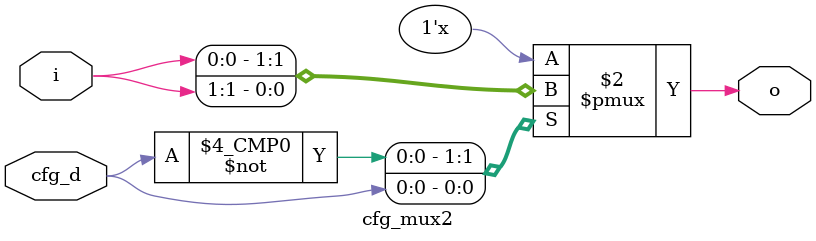
<source format=v>
module cfg_mux2 (
    input wire [1:0] i,
    output reg [0:0] o,
    input wire [0:0] cfg_d
    );

    always @* begin
        o = 1'b0;
        case (cfg_d)    // synopsys infer_mux
            1'd0: o = i[0];
            1'd1: o = i[1];
        endcase
    end

endmodule

</source>
